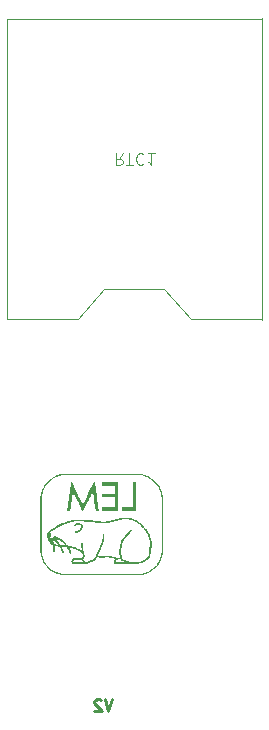
<source format=gbr>
G04 #@! TF.GenerationSoftware,KiCad,Pcbnew,7.0.5-0*
G04 #@! TF.CreationDate,2023-07-20T07:38:15-04:00*
G04 #@! TF.ProjectId,Lemmingometre_JST,4c656d6d-696e-4676-9f6d-657472655f4a,rev?*
G04 #@! TF.SameCoordinates,Original*
G04 #@! TF.FileFunction,Legend,Bot*
G04 #@! TF.FilePolarity,Positive*
%FSLAX46Y46*%
G04 Gerber Fmt 4.6, Leading zero omitted, Abs format (unit mm)*
G04 Created by KiCad (PCBNEW 7.0.5-0) date 2023-07-20 07:38:15*
%MOMM*%
%LPD*%
G01*
G04 APERTURE LIST*
%ADD10C,0.250000*%
%ADD11C,0.100000*%
G04 APERTURE END LIST*
D10*
X159740288Y-118014619D02*
X159406955Y-119014619D01*
X159406955Y-119014619D02*
X159073622Y-118014619D01*
X158787907Y-118109857D02*
X158740288Y-118062238D01*
X158740288Y-118062238D02*
X158645050Y-118014619D01*
X158645050Y-118014619D02*
X158406955Y-118014619D01*
X158406955Y-118014619D02*
X158311717Y-118062238D01*
X158311717Y-118062238D02*
X158264098Y-118109857D01*
X158264098Y-118109857D02*
X158216479Y-118205095D01*
X158216479Y-118205095D02*
X158216479Y-118300333D01*
X158216479Y-118300333D02*
X158264098Y-118443190D01*
X158264098Y-118443190D02*
X158835526Y-119014619D01*
X158835526Y-119014619D02*
X158216479Y-119014619D01*
D11*
G04 #@! TO.C,RTC1*
X160602380Y-71767580D02*
X160269047Y-72243771D01*
X160030952Y-71767580D02*
X160030952Y-72767580D01*
X160030952Y-72767580D02*
X160411904Y-72767580D01*
X160411904Y-72767580D02*
X160507142Y-72719961D01*
X160507142Y-72719961D02*
X160554761Y-72672342D01*
X160554761Y-72672342D02*
X160602380Y-72577104D01*
X160602380Y-72577104D02*
X160602380Y-72434247D01*
X160602380Y-72434247D02*
X160554761Y-72339009D01*
X160554761Y-72339009D02*
X160507142Y-72291390D01*
X160507142Y-72291390D02*
X160411904Y-72243771D01*
X160411904Y-72243771D02*
X160030952Y-72243771D01*
X160888095Y-72767580D02*
X161459523Y-72767580D01*
X161173809Y-71767580D02*
X161173809Y-72767580D01*
X162364285Y-71862819D02*
X162316666Y-71815200D01*
X162316666Y-71815200D02*
X162173809Y-71767580D01*
X162173809Y-71767580D02*
X162078571Y-71767580D01*
X162078571Y-71767580D02*
X161935714Y-71815200D01*
X161935714Y-71815200D02*
X161840476Y-71910438D01*
X161840476Y-71910438D02*
X161792857Y-72005676D01*
X161792857Y-72005676D02*
X161745238Y-72196152D01*
X161745238Y-72196152D02*
X161745238Y-72339009D01*
X161745238Y-72339009D02*
X161792857Y-72529485D01*
X161792857Y-72529485D02*
X161840476Y-72624723D01*
X161840476Y-72624723D02*
X161935714Y-72719961D01*
X161935714Y-72719961D02*
X162078571Y-72767580D01*
X162078571Y-72767580D02*
X162173809Y-72767580D01*
X162173809Y-72767580D02*
X162316666Y-72719961D01*
X162316666Y-72719961D02*
X162364285Y-72672342D01*
X163316666Y-71767580D02*
X162745238Y-71767580D01*
X163030952Y-71767580D02*
X163030952Y-72767580D01*
X163030952Y-72767580D02*
X162935714Y-72624723D01*
X162935714Y-72624723D02*
X162840476Y-72529485D01*
X162840476Y-72529485D02*
X162745238Y-72481866D01*
X150815000Y-60375000D02*
X150815000Y-85825000D01*
X150815000Y-60400000D02*
X172385000Y-60400000D01*
X150815000Y-85800000D02*
X156815000Y-85800000D01*
X156815000Y-85800000D02*
X159060000Y-83260000D01*
X159060000Y-83260000D02*
X164140000Y-83260000D01*
X164140000Y-83260000D02*
X166385000Y-85800000D01*
X172385000Y-85800000D02*
X166385000Y-85800000D01*
X172385000Y-85885000D02*
X172385000Y-60315000D01*
G04 #@! TO.C,G\u002A\u002A\u002A*
G36*
X161737331Y-100835282D02*
G01*
X161737331Y-102030800D01*
X161144862Y-102030800D01*
X160552393Y-102030800D01*
X160552393Y-101895378D01*
X160552393Y-101759957D01*
X161003093Y-101759957D01*
X161453792Y-101759957D01*
X161453792Y-100699860D01*
X161453792Y-99639764D01*
X161595562Y-99639764D01*
X161737331Y-99639764D01*
X161737331Y-100835282D01*
G37*
G36*
X160226535Y-100835294D02*
G01*
X160226535Y-102030825D01*
X159535673Y-102029755D01*
X158844812Y-102028684D01*
X158844812Y-101891146D01*
X158844812Y-101753609D01*
X159393904Y-101752535D01*
X159942996Y-101751461D01*
X159942996Y-101313473D01*
X159942996Y-100875485D01*
X159392846Y-100875485D01*
X158842696Y-100875485D01*
X158842696Y-100740064D01*
X158842696Y-100604642D01*
X159392846Y-100604642D01*
X159942996Y-100604642D01*
X159942996Y-100261856D01*
X159942996Y-99919071D01*
X159388614Y-99919071D01*
X158834232Y-99919071D01*
X158834232Y-99779417D01*
X158834232Y-99639764D01*
X159530384Y-99639764D01*
X160226535Y-99639764D01*
X160226535Y-100835294D01*
G37*
G36*
X156883511Y-103099228D02*
G01*
X156940214Y-103105867D01*
X157001480Y-103116744D01*
X157025678Y-103122554D01*
X157070437Y-103138274D01*
X157110416Y-103159145D01*
X157144953Y-103184635D01*
X157173387Y-103214215D01*
X157195057Y-103247354D01*
X157209300Y-103283520D01*
X157212051Y-103294688D01*
X157217740Y-103335587D01*
X157218037Y-103380139D01*
X157213017Y-103426195D01*
X157202755Y-103471604D01*
X157202343Y-103473014D01*
X157191298Y-103504967D01*
X157176298Y-103540604D01*
X157158663Y-103577177D01*
X157139714Y-103611939D01*
X157120773Y-103642141D01*
X157092752Y-103680568D01*
X157046692Y-103733948D01*
X156996826Y-103780346D01*
X156942426Y-103820410D01*
X156882765Y-103854791D01*
X156858175Y-103866762D01*
X156823891Y-103881167D01*
X156789794Y-103892300D01*
X156752126Y-103901502D01*
X156751867Y-103901557D01*
X156727685Y-103905565D01*
X156700423Y-103908251D01*
X156671988Y-103909611D01*
X156644285Y-103909644D01*
X156619221Y-103908346D01*
X156598701Y-103905716D01*
X156584633Y-103901748D01*
X156571714Y-103894245D01*
X156555631Y-103878044D01*
X156545789Y-103858241D01*
X156542603Y-103836502D01*
X156546484Y-103814488D01*
X156557846Y-103793864D01*
X156560590Y-103790516D01*
X156569628Y-103781863D01*
X156580340Y-103775989D01*
X156594414Y-103772401D01*
X156613537Y-103770608D01*
X156639398Y-103770120D01*
X156654522Y-103769914D01*
X156708206Y-103765303D01*
X156757845Y-103754284D01*
X156805095Y-103736398D01*
X156851613Y-103711184D01*
X156858385Y-103706886D01*
X156900846Y-103675734D01*
X156940447Y-103639573D01*
X156976449Y-103599496D01*
X157008111Y-103556598D01*
X157034695Y-103511973D01*
X157055459Y-103466713D01*
X157069664Y-103421913D01*
X157076570Y-103378667D01*
X157077123Y-103368013D01*
X157075872Y-103339887D01*
X157069829Y-103316496D01*
X157058396Y-103297247D01*
X157040975Y-103281546D01*
X157016967Y-103268796D01*
X156985773Y-103258405D01*
X156946795Y-103249778D01*
X156935367Y-103247729D01*
X156888603Y-103240893D01*
X156847603Y-103237902D01*
X156810866Y-103238861D01*
X156776887Y-103243878D01*
X156744162Y-103253059D01*
X156711190Y-103266512D01*
X156698937Y-103272366D01*
X156675342Y-103284931D01*
X156653678Y-103298738D01*
X156631419Y-103315475D01*
X156606042Y-103336831D01*
X156590938Y-103349607D01*
X156575601Y-103360992D01*
X156562749Y-103367925D01*
X156550527Y-103371360D01*
X156537081Y-103372250D01*
X156533692Y-103372133D01*
X156512861Y-103366944D01*
X156494587Y-103355249D01*
X156480346Y-103338691D01*
X156471615Y-103318910D01*
X156469871Y-103297548D01*
X156470538Y-103292633D01*
X156475520Y-103276038D01*
X156485302Y-103259530D01*
X156500797Y-103241801D01*
X156522920Y-103221539D01*
X156533213Y-103212925D01*
X156586114Y-103173927D01*
X156640192Y-103142945D01*
X156696172Y-103119610D01*
X156754780Y-103103552D01*
X156786605Y-103098815D01*
X156832073Y-103096865D01*
X156883511Y-103099228D01*
G37*
G36*
X156305658Y-99640071D02*
G01*
X156770805Y-100585752D01*
X156784709Y-100614018D01*
X156825837Y-100697598D01*
X156865944Y-100779060D01*
X156904871Y-100858082D01*
X156942458Y-100934341D01*
X156978545Y-101007516D01*
X157012974Y-101077283D01*
X157045585Y-101143322D01*
X157076219Y-101205308D01*
X157104715Y-101262921D01*
X157130914Y-101315838D01*
X157154658Y-101363736D01*
X157175786Y-101406293D01*
X157194139Y-101443188D01*
X157209558Y-101474096D01*
X157221883Y-101498698D01*
X157230955Y-101516669D01*
X157236614Y-101527688D01*
X157238700Y-101531433D01*
X157238998Y-101531001D01*
X157242331Y-101524767D01*
X157249205Y-101511379D01*
X157259458Y-101491158D01*
X157272932Y-101464425D01*
X157289465Y-101431504D01*
X157308896Y-101392714D01*
X157331066Y-101348379D01*
X157355814Y-101298819D01*
X157382980Y-101244356D01*
X157412403Y-101185313D01*
X157443923Y-101122010D01*
X157477379Y-101054770D01*
X157512611Y-100983914D01*
X157549459Y-100909764D01*
X157587762Y-100832641D01*
X157627360Y-100752868D01*
X157668092Y-100670766D01*
X157709798Y-100586656D01*
X158178146Y-99641880D01*
X158212887Y-99641880D01*
X158247628Y-99641880D01*
X158415886Y-100824702D01*
X158422989Y-100874640D01*
X158436935Y-100972749D01*
X158450545Y-101068567D01*
X158463772Y-101161757D01*
X158476568Y-101251979D01*
X158488886Y-101338895D01*
X158500676Y-101422167D01*
X158511893Y-101501458D01*
X158522488Y-101576428D01*
X158532413Y-101646739D01*
X158541621Y-101712054D01*
X158550064Y-101772034D01*
X158557695Y-101826340D01*
X158564465Y-101874635D01*
X158570327Y-101916580D01*
X158575233Y-101951837D01*
X158579136Y-101980068D01*
X158581988Y-102000935D01*
X158583741Y-102014099D01*
X158584347Y-102019222D01*
X158584549Y-102030919D01*
X158450185Y-102029801D01*
X158315822Y-102028684D01*
X158205627Y-101215285D01*
X158203652Y-101200706D01*
X158192582Y-101119091D01*
X158181806Y-101039794D01*
X158171381Y-100963220D01*
X158161363Y-100889772D01*
X158151806Y-100819855D01*
X158142768Y-100753875D01*
X158134303Y-100692236D01*
X158126468Y-100635343D01*
X158119318Y-100583599D01*
X158112909Y-100537411D01*
X158107297Y-100497183D01*
X158102538Y-100463318D01*
X158098688Y-100436223D01*
X158095802Y-100416302D01*
X158093936Y-100403959D01*
X158093146Y-100399599D01*
X158093132Y-100399597D01*
X158090899Y-100403441D01*
X158085091Y-100414510D01*
X158075882Y-100432460D01*
X158063443Y-100456944D01*
X158047947Y-100487619D01*
X158029567Y-100524139D01*
X158008475Y-100566160D01*
X157984844Y-100613336D01*
X157958846Y-100665323D01*
X157930654Y-100721775D01*
X157900440Y-100782348D01*
X157868377Y-100846696D01*
X157834637Y-100914475D01*
X157799393Y-100985339D01*
X157762818Y-101058945D01*
X157725083Y-101134946D01*
X157686361Y-101212998D01*
X157281864Y-102028684D01*
X157238689Y-102028684D01*
X157195514Y-102028684D01*
X156795021Y-101217614D01*
X156757027Y-101140681D01*
X156719551Y-101064822D01*
X156683241Y-100991348D01*
X156648268Y-100920606D01*
X156614806Y-100852942D01*
X156583025Y-100788704D01*
X156553097Y-100728238D01*
X156525195Y-100671892D01*
X156499491Y-100620012D01*
X156476156Y-100572947D01*
X156455362Y-100531042D01*
X156437282Y-100494645D01*
X156422087Y-100464103D01*
X156409949Y-100439763D01*
X156401041Y-100421972D01*
X156395534Y-100411077D01*
X156393599Y-100407425D01*
X156393018Y-100411129D01*
X156391354Y-100422745D01*
X156388680Y-100441792D01*
X156385062Y-100467777D01*
X156380569Y-100500205D01*
X156375267Y-100538585D01*
X156369224Y-100582421D01*
X156362508Y-100631222D01*
X156355185Y-100684493D01*
X156347324Y-100741741D01*
X156338992Y-100802473D01*
X156330255Y-100866196D01*
X156321183Y-100932416D01*
X156311841Y-101000640D01*
X156302298Y-101070375D01*
X156292620Y-101141127D01*
X156282876Y-101212403D01*
X156273133Y-101283710D01*
X156263457Y-101354554D01*
X156253918Y-101424442D01*
X156244581Y-101492880D01*
X156235514Y-101559376D01*
X156226786Y-101623436D01*
X156218463Y-101684566D01*
X156210612Y-101742273D01*
X156203302Y-101796065D01*
X156196599Y-101845447D01*
X156190571Y-101889926D01*
X156185285Y-101929009D01*
X156180809Y-101962203D01*
X156177211Y-101989014D01*
X156174557Y-102008949D01*
X156172915Y-102021515D01*
X156172353Y-102026217D01*
X156172130Y-102026609D01*
X156167087Y-102027933D01*
X156155166Y-102028993D01*
X156136049Y-102029799D01*
X156109421Y-102030362D01*
X156074964Y-102030692D01*
X156032363Y-102030800D01*
X155892374Y-102030800D01*
X155894808Y-102019162D01*
X155894824Y-102019082D01*
X155895667Y-102013569D01*
X155897644Y-102000136D01*
X155900696Y-101979191D01*
X155904765Y-101951142D01*
X155909792Y-101916395D01*
X155915719Y-101875359D01*
X155922488Y-101828441D01*
X155930039Y-101776048D01*
X155938315Y-101718587D01*
X155947256Y-101656466D01*
X155956805Y-101590093D01*
X155966903Y-101519875D01*
X155977492Y-101446219D01*
X155988513Y-101369532D01*
X155999908Y-101290223D01*
X156011617Y-101208698D01*
X156023584Y-101125366D01*
X156035749Y-101040633D01*
X156048054Y-100954906D01*
X156060440Y-100868594D01*
X156072849Y-100782104D01*
X156085223Y-100695842D01*
X156097503Y-100610218D01*
X156109630Y-100525637D01*
X156121546Y-100442508D01*
X156133194Y-100361237D01*
X156144513Y-100282233D01*
X156155446Y-100205903D01*
X156165935Y-100132654D01*
X156175920Y-100062893D01*
X156185343Y-99997028D01*
X156194147Y-99935467D01*
X156202272Y-99878616D01*
X156209660Y-99826884D01*
X156216253Y-99780677D01*
X156221992Y-99740404D01*
X156226818Y-99706471D01*
X156230674Y-99679286D01*
X156233500Y-99659256D01*
X156235239Y-99646790D01*
X156235832Y-99642293D01*
X156236301Y-99641882D01*
X156242616Y-99640829D01*
X156254754Y-99640130D01*
X156270745Y-99639917D01*
X156305658Y-99640071D01*
G37*
G36*
X164014820Y-103280483D02*
G01*
X164014802Y-103402724D01*
X164014765Y-103524480D01*
X164014710Y-103645445D01*
X164014637Y-103765311D01*
X164014545Y-103883773D01*
X164014436Y-104000523D01*
X164014308Y-104115254D01*
X164014161Y-104227661D01*
X164013997Y-104337435D01*
X164013814Y-104444272D01*
X164013612Y-104547862D01*
X164013393Y-104647901D01*
X164013155Y-104744081D01*
X164012898Y-104836096D01*
X164012624Y-104923639D01*
X164012331Y-105006402D01*
X164012019Y-105084080D01*
X164011690Y-105156366D01*
X164011342Y-105222953D01*
X164010975Y-105283533D01*
X164010591Y-105337802D01*
X164010188Y-105385451D01*
X164009766Y-105426174D01*
X164009326Y-105459664D01*
X164008868Y-105485615D01*
X164008392Y-105503720D01*
X164007897Y-105513672D01*
X164003646Y-105557860D01*
X163985871Y-105690816D01*
X163960850Y-105819911D01*
X163928390Y-105945830D01*
X163888299Y-106069260D01*
X163840385Y-106190885D01*
X163784457Y-106311390D01*
X163768038Y-106343597D01*
X163742809Y-106390360D01*
X163715905Y-106436835D01*
X163686025Y-106485241D01*
X163651872Y-106537798D01*
X163593663Y-106621308D01*
X163510853Y-106727448D01*
X163422266Y-106827663D01*
X163328216Y-106921781D01*
X163229015Y-107009628D01*
X163124978Y-107091030D01*
X163016418Y-107165815D01*
X162903648Y-107233810D01*
X162786982Y-107294841D01*
X162666734Y-107348736D01*
X162543216Y-107395320D01*
X162416743Y-107434421D01*
X162287628Y-107465866D01*
X162156184Y-107489481D01*
X162022725Y-107505093D01*
X161887565Y-107512529D01*
X161886619Y-107512544D01*
X161877762Y-107512602D01*
X161860713Y-107512658D01*
X161835686Y-107512711D01*
X161802895Y-107512763D01*
X161762554Y-107512811D01*
X161714879Y-107512858D01*
X161660084Y-107512902D01*
X161598383Y-107512944D01*
X161529990Y-107512983D01*
X161455121Y-107513020D01*
X161373989Y-107513054D01*
X161286809Y-107513086D01*
X161193796Y-107513115D01*
X161095164Y-107513142D01*
X160991127Y-107513165D01*
X160881900Y-107513186D01*
X160767697Y-107513204D01*
X160648733Y-107513220D01*
X160525223Y-107513232D01*
X160397380Y-107513241D01*
X160265420Y-107513248D01*
X160129556Y-107513251D01*
X159990004Y-107513252D01*
X159846977Y-107513249D01*
X159700690Y-107513243D01*
X159551358Y-107513234D01*
X159399194Y-107513222D01*
X159244415Y-107513207D01*
X159087233Y-107513188D01*
X158927864Y-107513166D01*
X158766522Y-107513140D01*
X158640707Y-107513120D01*
X158451841Y-107513090D01*
X158271132Y-107513063D01*
X158098392Y-107513037D01*
X157933433Y-107513012D01*
X157776069Y-107512985D01*
X157626113Y-107512956D01*
X157483377Y-107512924D01*
X157347674Y-107512888D01*
X157218817Y-107512847D01*
X157096619Y-107512799D01*
X156980892Y-107512744D01*
X156871450Y-107512680D01*
X156768105Y-107512607D01*
X156670669Y-107512523D01*
X156578956Y-107512428D01*
X156492779Y-107512319D01*
X156411950Y-107512197D01*
X156336282Y-107512060D01*
X156265588Y-107511906D01*
X156199680Y-107511736D01*
X156138372Y-107511547D01*
X156081476Y-107511339D01*
X156028806Y-107511111D01*
X155980173Y-107510861D01*
X155935391Y-107510588D01*
X155894272Y-107510292D01*
X155856630Y-107509972D01*
X155822277Y-107509625D01*
X155791025Y-107509252D01*
X155762689Y-107508851D01*
X155737079Y-107508421D01*
X155714010Y-107507961D01*
X155693294Y-107507469D01*
X155674744Y-107506945D01*
X155658173Y-107506389D01*
X155643393Y-107505797D01*
X155630217Y-107505170D01*
X155618459Y-107504507D01*
X155607930Y-107503806D01*
X155598444Y-107503066D01*
X155589813Y-107502287D01*
X155581851Y-107501467D01*
X155574370Y-107500604D01*
X155567182Y-107499699D01*
X155560101Y-107498750D01*
X155552940Y-107497755D01*
X155545511Y-107496714D01*
X155537627Y-107495626D01*
X155529101Y-107494490D01*
X155490344Y-107489055D01*
X155363314Y-107465945D01*
X155235666Y-107434684D01*
X155108024Y-107395419D01*
X155034618Y-107368924D01*
X154915263Y-107318976D01*
X154798066Y-107261424D01*
X154683985Y-107196789D01*
X154573979Y-107125590D01*
X154469004Y-107048348D01*
X154439894Y-107025014D01*
X154367435Y-106962762D01*
X154295290Y-106895142D01*
X154225407Y-106824104D01*
X154159735Y-106751596D01*
X154100223Y-106679567D01*
X154039444Y-106598248D01*
X153964632Y-106486018D01*
X153897060Y-106369759D01*
X153836888Y-106249852D01*
X153784274Y-106126677D01*
X153739378Y-106000613D01*
X153702357Y-105872041D01*
X153673371Y-105741340D01*
X153652578Y-105608891D01*
X153652322Y-105606843D01*
X153651074Y-105596951D01*
X153649888Y-105587537D01*
X153648763Y-105578375D01*
X153647698Y-105569243D01*
X153646690Y-105559916D01*
X153645739Y-105550172D01*
X153644842Y-105539787D01*
X153643998Y-105528537D01*
X153643205Y-105516199D01*
X153642462Y-105502550D01*
X153641767Y-105487365D01*
X153641119Y-105470422D01*
X153640516Y-105451496D01*
X153639955Y-105430365D01*
X153639437Y-105406805D01*
X153638958Y-105380592D01*
X153638518Y-105351502D01*
X153638115Y-105319313D01*
X153637747Y-105283801D01*
X153637413Y-105244743D01*
X153637111Y-105201914D01*
X153636839Y-105155091D01*
X153636596Y-105104051D01*
X153636380Y-105048570D01*
X153636190Y-104988425D01*
X153636024Y-104923393D01*
X153635880Y-104853249D01*
X153635757Y-104777770D01*
X153635653Y-104696734D01*
X153635567Y-104609915D01*
X153635496Y-104517091D01*
X153635440Y-104418038D01*
X153635397Y-104312533D01*
X153635364Y-104200353D01*
X153635342Y-104081272D01*
X153635327Y-103955070D01*
X153635318Y-103821520D01*
X153635315Y-103680401D01*
X153635314Y-103531489D01*
X153635315Y-103374560D01*
X153635315Y-103209390D01*
X153635315Y-103176556D01*
X153635315Y-103173595D01*
X153739105Y-103173595D01*
X153739107Y-103293697D01*
X153739121Y-103413576D01*
X153739147Y-103532916D01*
X153739183Y-103651399D01*
X153739232Y-103768709D01*
X153739292Y-103884528D01*
X153739363Y-103998540D01*
X153739446Y-104110428D01*
X153739540Y-104219874D01*
X153739646Y-104326562D01*
X153739764Y-104430175D01*
X153739893Y-104530396D01*
X153740033Y-104626907D01*
X153740185Y-104719392D01*
X153740348Y-104807534D01*
X153740523Y-104891015D01*
X153740710Y-104969520D01*
X153740908Y-105042730D01*
X153741117Y-105110330D01*
X153741338Y-105172001D01*
X153741571Y-105227428D01*
X153741815Y-105276292D01*
X153742070Y-105318277D01*
X153742337Y-105353067D01*
X153742616Y-105380343D01*
X153742906Y-105399790D01*
X153743208Y-105411090D01*
X153743670Y-105421434D01*
X153748500Y-105501527D01*
X153755462Y-105576192D01*
X153764882Y-105647964D01*
X153777087Y-105719381D01*
X153792404Y-105792979D01*
X153797646Y-105815688D01*
X153831843Y-105941880D01*
X153873881Y-106065198D01*
X153923551Y-106185320D01*
X153980645Y-106301922D01*
X154044952Y-106414682D01*
X154116264Y-106523278D01*
X154194371Y-106627387D01*
X154279065Y-106726687D01*
X154370135Y-106820855D01*
X154467373Y-106909569D01*
X154570570Y-106992506D01*
X154615090Y-107025072D01*
X154722106Y-107096031D01*
X154834013Y-107160506D01*
X154950022Y-107218122D01*
X155069343Y-107268504D01*
X155191187Y-107311276D01*
X155314763Y-107346063D01*
X155359221Y-107356646D01*
X155410547Y-107367686D01*
X155461309Y-107377155D01*
X155513765Y-107385436D01*
X155570170Y-107392912D01*
X155632783Y-107399964D01*
X155637400Y-107400407D01*
X155642809Y-107400837D01*
X155649137Y-107401248D01*
X155656568Y-107401641D01*
X155665288Y-107402017D01*
X155675478Y-107402375D01*
X155687324Y-107402716D01*
X155701010Y-107403041D01*
X155716719Y-107403349D01*
X155734635Y-107403642D01*
X155754943Y-107403920D01*
X155777827Y-107404184D01*
X155803470Y-107404433D01*
X155832056Y-107404668D01*
X155863771Y-107404890D01*
X155898796Y-107405099D01*
X155937318Y-107405295D01*
X155979519Y-107405480D01*
X156025583Y-107405652D01*
X156075695Y-107405814D01*
X156130039Y-107405965D01*
X156188798Y-107406105D01*
X156252158Y-107406236D01*
X156320300Y-107406357D01*
X156393411Y-107406470D01*
X156471673Y-107406574D01*
X156555270Y-107406669D01*
X156644388Y-107406757D01*
X156739209Y-107406838D01*
X156839917Y-107406912D01*
X156946698Y-107406980D01*
X157059734Y-107407042D01*
X157179210Y-107407098D01*
X157305310Y-107407149D01*
X157438217Y-107407196D01*
X157578117Y-107407239D01*
X157725192Y-107407278D01*
X157879626Y-107407313D01*
X158041605Y-107407346D01*
X158211311Y-107407377D01*
X158388930Y-107407405D01*
X158574644Y-107407432D01*
X158768637Y-107407458D01*
X158806226Y-107407463D01*
X158966963Y-107407482D01*
X159125676Y-107407497D01*
X159282152Y-107407509D01*
X159436176Y-107407518D01*
X159587532Y-107407523D01*
X159736007Y-107407526D01*
X159881385Y-107407525D01*
X160023453Y-107407522D01*
X160161994Y-107407515D01*
X160296795Y-107407506D01*
X160427641Y-107407494D01*
X160554317Y-107407479D01*
X160676608Y-107407461D01*
X160794300Y-107407440D01*
X160907179Y-107407417D01*
X161015028Y-107407392D01*
X161117634Y-107407363D01*
X161214782Y-107407333D01*
X161306257Y-107407300D01*
X161391845Y-107407264D01*
X161471330Y-107407226D01*
X161544499Y-107407186D01*
X161611136Y-107407143D01*
X161671027Y-107407099D01*
X161723957Y-107407052D01*
X161769711Y-107407003D01*
X161808075Y-107406952D01*
X161838834Y-107406899D01*
X161861773Y-107406845D01*
X161876677Y-107406788D01*
X161883333Y-107406729D01*
X161887487Y-107406622D01*
X161928417Y-107404973D01*
X161973386Y-107402268D01*
X162019270Y-107398744D01*
X162062942Y-107394637D01*
X162101277Y-107390186D01*
X162227218Y-107369890D01*
X162356699Y-107340832D01*
X162483129Y-107303888D01*
X162606445Y-107259084D01*
X162726582Y-107206449D01*
X162843476Y-107146012D01*
X162957065Y-107077800D01*
X163067284Y-107001841D01*
X163174069Y-106918163D01*
X163174618Y-106917705D01*
X163198983Y-106896555D01*
X163227423Y-106870551D01*
X163258459Y-106841152D01*
X163290610Y-106809820D01*
X163322396Y-106778016D01*
X163352338Y-106747200D01*
X163378955Y-106718834D01*
X163400768Y-106694379D01*
X163475755Y-106602400D01*
X163554398Y-106493884D01*
X163625255Y-106382062D01*
X163688311Y-106266966D01*
X163743552Y-106148629D01*
X163790966Y-106027082D01*
X163830539Y-105902357D01*
X163862257Y-105774487D01*
X163886107Y-105643504D01*
X163902074Y-105509440D01*
X163902129Y-105508766D01*
X163902627Y-105497948D01*
X163903105Y-105479007D01*
X163903565Y-105452250D01*
X163904007Y-105417984D01*
X163904430Y-105376516D01*
X163904835Y-105328153D01*
X163905221Y-105273203D01*
X163905589Y-105211973D01*
X163905939Y-105144769D01*
X163906270Y-105071899D01*
X163906582Y-104993671D01*
X163906876Y-104910390D01*
X163907151Y-104822366D01*
X163907408Y-104729903D01*
X163907647Y-104633310D01*
X163907867Y-104532894D01*
X163908069Y-104428962D01*
X163908252Y-104321822D01*
X163908416Y-104211779D01*
X163908563Y-104099142D01*
X163908690Y-103984217D01*
X163908800Y-103867313D01*
X163908890Y-103748735D01*
X163908963Y-103628791D01*
X163909017Y-103507788D01*
X163909052Y-103386034D01*
X163909069Y-103263835D01*
X163909068Y-103141498D01*
X163909048Y-103019332D01*
X163909009Y-102897642D01*
X163908953Y-102776736D01*
X163908877Y-102656922D01*
X163908784Y-102538506D01*
X163908672Y-102421795D01*
X163908541Y-102307097D01*
X163908392Y-102194719D01*
X163908225Y-102084968D01*
X163908039Y-101978151D01*
X163907834Y-101874575D01*
X163907612Y-101774548D01*
X163907370Y-101678376D01*
X163907111Y-101586367D01*
X163906833Y-101498827D01*
X163906536Y-101416065D01*
X163906221Y-101338387D01*
X163905888Y-101266100D01*
X163905536Y-101199511D01*
X163905166Y-101138928D01*
X163904777Y-101084658D01*
X163904370Y-101037007D01*
X163903944Y-100996284D01*
X163903500Y-100962795D01*
X163903038Y-100936847D01*
X163902557Y-100918748D01*
X163902058Y-100908804D01*
X163887609Y-100783844D01*
X163865823Y-100659297D01*
X163836765Y-100537957D01*
X163800171Y-100418863D01*
X163755779Y-100301053D01*
X163703324Y-100183566D01*
X163661647Y-100101761D01*
X163596496Y-99989564D01*
X163524364Y-99881731D01*
X163445603Y-99778612D01*
X163360563Y-99680559D01*
X163269598Y-99587923D01*
X163173057Y-99501058D01*
X163071293Y-99420313D01*
X162964658Y-99346041D01*
X162853504Y-99278594D01*
X162738181Y-99218323D01*
X162725087Y-99212058D01*
X162610507Y-99161628D01*
X162495283Y-99118901D01*
X162378426Y-99083609D01*
X162258948Y-99055482D01*
X162135860Y-99034251D01*
X162008174Y-99019648D01*
X162004926Y-99019448D01*
X161991957Y-99019037D01*
X161970906Y-99018638D01*
X161942030Y-99018253D01*
X161905589Y-99017881D01*
X161861840Y-99017522D01*
X161811043Y-99017175D01*
X161753455Y-99016842D01*
X161689336Y-99016522D01*
X161618943Y-99016215D01*
X161542535Y-99015921D01*
X161460372Y-99015640D01*
X161372710Y-99015372D01*
X161279809Y-99015117D01*
X161181928Y-99014875D01*
X161079324Y-99014647D01*
X160972256Y-99014431D01*
X160860983Y-99014228D01*
X160745764Y-99014038D01*
X160626856Y-99013861D01*
X160504519Y-99013698D01*
X160379010Y-99013547D01*
X160250589Y-99013409D01*
X160119513Y-99013284D01*
X159986042Y-99013173D01*
X159850433Y-99013074D01*
X159712946Y-99012988D01*
X159573839Y-99012915D01*
X159433370Y-99012856D01*
X159291798Y-99012809D01*
X159149381Y-99012775D01*
X159006378Y-99012754D01*
X158863048Y-99012746D01*
X158719648Y-99012751D01*
X158576438Y-99012769D01*
X158433675Y-99012800D01*
X158291619Y-99012844D01*
X158150528Y-99012901D01*
X158010660Y-99012970D01*
X157872274Y-99013053D01*
X157735628Y-99013149D01*
X157600982Y-99013257D01*
X157468592Y-99013379D01*
X157338719Y-99013513D01*
X157211620Y-99013661D01*
X157087554Y-99013821D01*
X156966779Y-99013994D01*
X156849555Y-99014180D01*
X156736139Y-99014379D01*
X156626789Y-99014591D01*
X156521766Y-99014816D01*
X156421326Y-99015054D01*
X156325728Y-99015305D01*
X156235232Y-99015568D01*
X156150095Y-99015845D01*
X156070576Y-99016134D01*
X155996934Y-99016436D01*
X155929426Y-99016751D01*
X155868312Y-99017079D01*
X155813850Y-99017420D01*
X155766299Y-99017774D01*
X155725916Y-99018140D01*
X155692961Y-99018520D01*
X155667692Y-99018912D01*
X155650368Y-99019317D01*
X155641247Y-99019735D01*
X155628194Y-99020893D01*
X155501641Y-99035989D01*
X155379379Y-99057869D01*
X155260342Y-99086823D01*
X155143463Y-99123143D01*
X155027675Y-99167122D01*
X154911911Y-99219049D01*
X154854588Y-99247720D01*
X154747707Y-99307195D01*
X154645992Y-99372209D01*
X154548435Y-99443474D01*
X154454027Y-99521703D01*
X154361760Y-99607608D01*
X154284625Y-99687106D01*
X154205551Y-99777837D01*
X154133185Y-99871688D01*
X154066696Y-99969819D01*
X154005249Y-100073392D01*
X153948010Y-100183566D01*
X153904866Y-100277837D01*
X153859493Y-100393243D01*
X153821733Y-100510174D01*
X153791405Y-100629358D01*
X153768328Y-100751521D01*
X153752323Y-100877390D01*
X153743208Y-101007691D01*
X153743084Y-101011255D01*
X153742788Y-101025884D01*
X153742502Y-101048532D01*
X153742228Y-101078882D01*
X153741966Y-101116617D01*
X153741715Y-101161420D01*
X153741476Y-101212973D01*
X153741248Y-101270961D01*
X153741031Y-101335065D01*
X153740826Y-101404969D01*
X153740633Y-101480357D01*
X153740451Y-101560910D01*
X153740281Y-101646313D01*
X153740122Y-101736248D01*
X153739975Y-101830397D01*
X153739839Y-101928445D01*
X153739715Y-102030074D01*
X153739602Y-102134968D01*
X153739501Y-102242808D01*
X153739411Y-102353279D01*
X153739333Y-102466063D01*
X153739266Y-102580843D01*
X153739211Y-102697303D01*
X153739167Y-102815125D01*
X153739135Y-102933992D01*
X153739114Y-103053588D01*
X153739105Y-103173595D01*
X153635315Y-103173595D01*
X153635314Y-103013023D01*
X153635314Y-102857687D01*
X153635315Y-102710324D01*
X153635320Y-102570710D01*
X153635329Y-102438623D01*
X153635346Y-102313838D01*
X153635370Y-102196132D01*
X153635404Y-102085281D01*
X153635450Y-101981063D01*
X153635509Y-101883252D01*
X153635582Y-101791627D01*
X153635671Y-101705962D01*
X153635779Y-101626035D01*
X153635906Y-101551622D01*
X153636054Y-101482499D01*
X153636224Y-101418444D01*
X153636419Y-101359231D01*
X153636640Y-101304639D01*
X153636888Y-101254443D01*
X153637165Y-101208419D01*
X153637473Y-101166345D01*
X153637814Y-101127996D01*
X153638188Y-101093149D01*
X153638598Y-101061580D01*
X153639045Y-101033067D01*
X153639530Y-101007385D01*
X153640056Y-100984310D01*
X153640624Y-100963620D01*
X153641235Y-100945090D01*
X153641892Y-100928498D01*
X153642595Y-100913619D01*
X153643347Y-100900230D01*
X153644148Y-100888107D01*
X153645002Y-100877027D01*
X153645908Y-100866767D01*
X153646869Y-100857102D01*
X153647887Y-100847810D01*
X153648962Y-100838666D01*
X153650097Y-100829447D01*
X153651294Y-100819930D01*
X153652553Y-100809890D01*
X153666853Y-100714479D01*
X153689636Y-100601656D01*
X153718545Y-100488777D01*
X153753023Y-100378234D01*
X153754083Y-100375138D01*
X153801368Y-100250316D01*
X153856287Y-100128828D01*
X153918554Y-100011038D01*
X153987881Y-99897311D01*
X154063982Y-99788010D01*
X154146569Y-99683499D01*
X154235354Y-99584141D01*
X154330052Y-99490301D01*
X154430374Y-99402343D01*
X154536034Y-99320631D01*
X154646745Y-99245528D01*
X154756744Y-99180091D01*
X154876690Y-99118025D01*
X154999403Y-99063927D01*
X155124976Y-99017766D01*
X155253502Y-98979510D01*
X155385074Y-98949130D01*
X155519786Y-98926595D01*
X155657731Y-98911873D01*
X155660081Y-98911748D01*
X155671716Y-98911455D01*
X155691767Y-98911172D01*
X155720199Y-98910900D01*
X155756977Y-98910639D01*
X155802067Y-98910388D01*
X155855435Y-98910149D01*
X155917046Y-98909920D01*
X155986867Y-98909702D01*
X156064862Y-98909495D01*
X156150997Y-98909299D01*
X156245237Y-98909114D01*
X156347550Y-98908941D01*
X156457899Y-98908778D01*
X156576252Y-98908626D01*
X156702572Y-98908486D01*
X156836827Y-98908357D01*
X156978981Y-98908239D01*
X157129001Y-98908133D01*
X157286851Y-98908038D01*
X157452498Y-98907955D01*
X157625907Y-98907883D01*
X157807044Y-98907822D01*
X157995874Y-98907773D01*
X158192363Y-98907736D01*
X158396477Y-98907711D01*
X158608181Y-98907697D01*
X158827441Y-98907695D01*
X158943620Y-98907696D01*
X159135065Y-98907698D01*
X159318341Y-98907699D01*
X159493633Y-98907701D01*
X159661126Y-98907704D01*
X159821005Y-98907709D01*
X159973456Y-98907718D01*
X160118665Y-98907732D01*
X160256817Y-98907752D01*
X160388097Y-98907778D01*
X160512690Y-98907812D01*
X160630783Y-98907855D01*
X160742560Y-98907907D01*
X160848207Y-98907971D01*
X160947909Y-98908047D01*
X161041852Y-98908135D01*
X161130221Y-98908238D01*
X161213202Y-98908356D01*
X161290980Y-98908490D01*
X161363740Y-98908641D01*
X161431668Y-98908811D01*
X161494949Y-98909000D01*
X161553768Y-98909209D01*
X161608312Y-98909439D01*
X161658766Y-98909693D01*
X161705314Y-98909969D01*
X161748142Y-98910270D01*
X161787437Y-98910597D01*
X161823382Y-98910951D01*
X161856164Y-98911332D01*
X161885968Y-98911742D01*
X161912979Y-98912182D01*
X161937383Y-98912652D01*
X161959365Y-98913155D01*
X161979111Y-98913690D01*
X161996806Y-98914260D01*
X162012635Y-98914864D01*
X162026784Y-98915505D01*
X162039439Y-98916183D01*
X162050784Y-98916898D01*
X162061005Y-98917654D01*
X162070288Y-98918449D01*
X162078818Y-98919286D01*
X162086780Y-98920165D01*
X162094360Y-98921088D01*
X162101743Y-98922055D01*
X162109115Y-98923068D01*
X162116661Y-98924127D01*
X162124566Y-98925234D01*
X162133016Y-98926390D01*
X162147438Y-98928378D01*
X162278785Y-98951171D01*
X162407956Y-98981996D01*
X162534611Y-99020637D01*
X162658413Y-99066880D01*
X162779024Y-99120510D01*
X162896105Y-99181312D01*
X163009319Y-99249070D01*
X163118327Y-99323570D01*
X163222791Y-99404598D01*
X163322373Y-99491937D01*
X163416734Y-99585374D01*
X163505537Y-99684693D01*
X163588443Y-99789679D01*
X163665114Y-99900117D01*
X163732925Y-100011447D01*
X163795507Y-100129631D01*
X163850226Y-100250704D01*
X163897139Y-100374828D01*
X163936301Y-100502167D01*
X163967767Y-100632885D01*
X163991594Y-100767144D01*
X164007838Y-100905108D01*
X164007926Y-100906225D01*
X164008418Y-100917510D01*
X164008891Y-100936897D01*
X164009347Y-100964082D01*
X164009785Y-100998756D01*
X164010204Y-101040614D01*
X164010605Y-101089348D01*
X164010988Y-101144653D01*
X164011353Y-101206220D01*
X164011699Y-101273744D01*
X164012028Y-101346918D01*
X164012338Y-101425435D01*
X164012630Y-101508988D01*
X164012903Y-101597270D01*
X164013159Y-101689976D01*
X164013396Y-101786797D01*
X164013615Y-101887428D01*
X164013816Y-101991562D01*
X164013998Y-102098891D01*
X164014163Y-102209110D01*
X164014309Y-102321911D01*
X164014436Y-102436988D01*
X164014546Y-102554034D01*
X164014637Y-102672742D01*
X164014710Y-102792806D01*
X164014765Y-102913919D01*
X164014802Y-103035774D01*
X164014820Y-103158064D01*
X164014820Y-103263835D01*
X164014820Y-103280483D01*
G37*
G36*
X163100564Y-105063193D02*
G01*
X163098636Y-105085174D01*
X163094032Y-105124612D01*
X163088557Y-105156881D01*
X163082291Y-105181559D01*
X163075313Y-105198220D01*
X163068146Y-105207232D01*
X163053959Y-105218505D01*
X163037715Y-105226795D01*
X163022778Y-105230064D01*
X163011140Y-105230133D01*
X163011133Y-105269279D01*
X163010839Y-105290790D01*
X163009549Y-105326446D01*
X163007361Y-105367395D01*
X163004417Y-105411840D01*
X163000857Y-105457987D01*
X162996823Y-105504042D01*
X162992456Y-105548209D01*
X162987896Y-105588694D01*
X162983284Y-105623702D01*
X162976070Y-105669312D01*
X162959374Y-105752382D01*
X162939096Y-105828142D01*
X162915144Y-105896869D01*
X162887428Y-105958843D01*
X162855857Y-106014341D01*
X162826797Y-106056830D01*
X162793412Y-106099037D01*
X162756783Y-106138623D01*
X162715913Y-106176509D01*
X162669804Y-106213613D01*
X162617460Y-106250856D01*
X162557884Y-106289156D01*
X162522788Y-106310386D01*
X162425417Y-106364979D01*
X162329761Y-106412014D01*
X162234978Y-106451792D01*
X162140227Y-106484617D01*
X162044668Y-106510790D01*
X161947458Y-106530615D01*
X161847756Y-106544393D01*
X161832345Y-106545846D01*
X161796596Y-106548196D01*
X161755619Y-106549834D01*
X161711545Y-106550743D01*
X161666505Y-106550908D01*
X161622629Y-106550310D01*
X161582049Y-106548934D01*
X161546895Y-106546762D01*
X161538601Y-106546326D01*
X161521234Y-106545801D01*
X161496035Y-106545271D01*
X161463346Y-106544739D01*
X161423511Y-106544207D01*
X161376873Y-106543680D01*
X161323774Y-106543159D01*
X161264557Y-106542648D01*
X161199565Y-106542149D01*
X161129142Y-106541667D01*
X161053630Y-106541202D01*
X160973371Y-106540759D01*
X160888710Y-106540341D01*
X160799989Y-106539949D01*
X160707550Y-106539588D01*
X159921104Y-106536706D01*
X159903588Y-106527444D01*
X159896212Y-106523080D01*
X159884525Y-106512944D01*
X159875957Y-106499569D01*
X159869999Y-106481668D01*
X159866141Y-106457950D01*
X159863872Y-106427127D01*
X159863217Y-106399483D01*
X159864033Y-106385541D01*
X160002865Y-106385541D01*
X160004298Y-106393814D01*
X160004817Y-106394063D01*
X160011826Y-106394843D01*
X160026984Y-106395539D01*
X160050325Y-106396151D01*
X160081884Y-106396680D01*
X160121697Y-106397126D01*
X160169798Y-106397489D01*
X160226223Y-106397771D01*
X160291005Y-106397970D01*
X160364182Y-106398088D01*
X160445787Y-106398124D01*
X160884599Y-106398105D01*
X160833680Y-106373397D01*
X160782761Y-106348690D01*
X160723650Y-106346225D01*
X160685351Y-106343762D01*
X160647980Y-106338968D01*
X160616212Y-106331826D01*
X160588630Y-106322083D01*
X160565025Y-106309902D01*
X160540483Y-106293461D01*
X160516616Y-106274133D01*
X160494547Y-106253082D01*
X160475398Y-106231470D01*
X160460290Y-106210462D01*
X160450346Y-106191221D01*
X160446688Y-106174910D01*
X160446679Y-106174194D01*
X160446311Y-106170939D01*
X160444542Y-106168605D01*
X160440195Y-106167039D01*
X160432093Y-106166087D01*
X160419058Y-106165597D01*
X160399914Y-106165415D01*
X160373483Y-106165388D01*
X160358368Y-106165474D01*
X160330663Y-106166016D01*
X160304175Y-106166974D01*
X160281319Y-106168251D01*
X160264511Y-106169751D01*
X160255127Y-106170958D01*
X160199135Y-106181234D01*
X160150155Y-106195917D01*
X160108249Y-106214971D01*
X160073482Y-106238363D01*
X160045916Y-106266059D01*
X160025614Y-106298025D01*
X160025548Y-106298160D01*
X160018565Y-106314883D01*
X160012346Y-106334049D01*
X160007349Y-106353592D01*
X160004036Y-106371445D01*
X160002865Y-106385541D01*
X159864033Y-106385541D01*
X159866512Y-106343217D01*
X159876368Y-106291980D01*
X159892894Y-106245421D01*
X159916201Y-106203192D01*
X159946399Y-106164941D01*
X159953400Y-106157270D01*
X159963501Y-106145721D01*
X159970128Y-106137479D01*
X159972106Y-106133962D01*
X159969037Y-106132713D01*
X159958887Y-106129062D01*
X159942711Y-106123418D01*
X159921601Y-106116157D01*
X159896646Y-106107658D01*
X159868937Y-106098297D01*
X159834961Y-106087094D01*
X159757627Y-106063589D01*
X159684348Y-106044399D01*
X159613142Y-106029079D01*
X159542028Y-106017182D01*
X159469021Y-106008263D01*
X159467988Y-106008159D01*
X159440073Y-106006060D01*
X159404726Y-106004495D01*
X159362923Y-106003461D01*
X159315635Y-106002960D01*
X159263837Y-106002990D01*
X159208503Y-106003552D01*
X159150606Y-106004645D01*
X159091119Y-106006268D01*
X159031017Y-106008421D01*
X158973176Y-106010361D01*
X158914147Y-106011602D01*
X158855724Y-106012135D01*
X158799213Y-106011973D01*
X158745921Y-106011128D01*
X158697151Y-106009611D01*
X158654210Y-106007436D01*
X158618404Y-106004614D01*
X158601887Y-106002927D01*
X158576818Y-106000207D01*
X158550845Y-105997237D01*
X158525523Y-105994208D01*
X158502404Y-105991313D01*
X158483041Y-105988741D01*
X158468989Y-105986685D01*
X158461799Y-105985335D01*
X158461347Y-105985360D01*
X158456109Y-105989329D01*
X158445898Y-105999745D01*
X158430679Y-106016651D01*
X158410417Y-106040086D01*
X158385078Y-106070090D01*
X158354625Y-106106704D01*
X158319024Y-106149969D01*
X158182622Y-106316436D01*
X158154004Y-106329618D01*
X158149966Y-106331371D01*
X158130614Y-106338242D01*
X158103597Y-106346125D01*
X158069470Y-106354868D01*
X158028789Y-106364317D01*
X158003861Y-106369959D01*
X157961096Y-106380292D01*
X157924001Y-106390465D01*
X157890795Y-106401195D01*
X157859700Y-106413198D01*
X157828933Y-106427192D01*
X157796715Y-106443893D01*
X157761265Y-106464017D01*
X157720803Y-106488281D01*
X157692026Y-106505709D01*
X157665620Y-106521321D01*
X157644272Y-106533378D01*
X157626905Y-106542437D01*
X157612444Y-106549058D01*
X157599811Y-106553799D01*
X157587931Y-106557218D01*
X157584470Y-106557814D01*
X157576676Y-106558544D01*
X157564921Y-106559204D01*
X157548860Y-106559797D01*
X157528146Y-106560326D01*
X157502433Y-106560795D01*
X157471374Y-106561206D01*
X157434624Y-106561564D01*
X157391834Y-106561871D01*
X157342659Y-106562130D01*
X157286753Y-106562345D01*
X157223769Y-106562520D01*
X157153361Y-106562656D01*
X157075181Y-106562758D01*
X156988885Y-106562829D01*
X156410998Y-106563189D01*
X156392183Y-106551238D01*
X156387475Y-106547948D01*
X156374396Y-106537186D01*
X156359302Y-106523205D01*
X156344599Y-106508183D01*
X156338411Y-106501336D01*
X156308540Y-106462327D01*
X156287031Y-106422402D01*
X156273828Y-106381434D01*
X156268875Y-106339297D01*
X156269436Y-106328978D01*
X156410009Y-106328978D01*
X156412252Y-106354150D01*
X156422784Y-106379735D01*
X156441649Y-106406126D01*
X156456551Y-106423536D01*
X156838153Y-106422637D01*
X156898292Y-106422489D01*
X156965960Y-106422302D01*
X157025965Y-106422104D01*
X157078750Y-106421891D01*
X157124761Y-106421655D01*
X157164440Y-106421390D01*
X157198233Y-106421089D01*
X157226583Y-106420746D01*
X157249934Y-106420354D01*
X157268731Y-106419907D01*
X157283418Y-106419398D01*
X157294438Y-106418820D01*
X157302236Y-106418168D01*
X157307257Y-106417434D01*
X157309943Y-106416613D01*
X157310740Y-106415697D01*
X157310289Y-106413085D01*
X157307879Y-106404003D01*
X157304084Y-106391506D01*
X157301022Y-106383266D01*
X157296672Y-106375326D01*
X157290081Y-106366861D01*
X157280174Y-106356659D01*
X157265876Y-106343510D01*
X157246110Y-106326201D01*
X157244751Y-106325022D01*
X157215012Y-106297928D01*
X157192627Y-106274724D01*
X157177650Y-106255464D01*
X157160507Y-106229161D01*
X157056825Y-106229015D01*
X157036069Y-106228917D01*
X157001714Y-106228568D01*
X156962104Y-106228001D01*
X156919088Y-106227248D01*
X156874516Y-106226344D01*
X156830236Y-106225321D01*
X156788098Y-106224211D01*
X156751557Y-106223293D01*
X156711133Y-106222514D01*
X156671731Y-106221984D01*
X156634837Y-106221712D01*
X156601940Y-106221710D01*
X156574526Y-106221987D01*
X156554083Y-106222554D01*
X156485113Y-106225554D01*
X156464108Y-106242158D01*
X156454641Y-106250531D01*
X156439815Y-106266275D01*
X156427612Y-106282092D01*
X156416011Y-106303826D01*
X156410009Y-106328978D01*
X156269436Y-106328978D01*
X156270884Y-106302350D01*
X156279808Y-106263672D01*
X156296117Y-106226709D01*
X156320161Y-106190680D01*
X156352294Y-106154809D01*
X156367963Y-106139912D01*
X156385662Y-106124375D01*
X156401893Y-106111345D01*
X156414482Y-106102644D01*
X156415767Y-106101887D01*
X156425476Y-106096485D01*
X156434379Y-106092603D01*
X156444327Y-106089835D01*
X156457171Y-106087778D01*
X156474762Y-106086026D01*
X156498951Y-106084174D01*
X156512017Y-106083394D01*
X156537063Y-106082486D01*
X156568496Y-106081920D01*
X156606577Y-106081700D01*
X156651562Y-106081826D01*
X156703711Y-106082301D01*
X156763282Y-106083127D01*
X156830534Y-106084305D01*
X156905725Y-106085837D01*
X156989114Y-106087726D01*
X157019683Y-106088331D01*
X157050097Y-106088701D01*
X157077600Y-106088804D01*
X157100804Y-106088643D01*
X157118322Y-106088219D01*
X157128767Y-106087535D01*
X157152043Y-106084597D01*
X157168325Y-106045644D01*
X157176917Y-106027246D01*
X157189103Y-106004260D01*
X157203008Y-105980202D01*
X157216992Y-105958024D01*
X157249377Y-105909357D01*
X157248775Y-105879734D01*
X157248153Y-105866015D01*
X157246385Y-105849523D01*
X157243214Y-105831385D01*
X157238344Y-105810338D01*
X157231478Y-105785121D01*
X157222319Y-105754471D01*
X157210572Y-105717126D01*
X157186798Y-105642746D01*
X157154609Y-105610644D01*
X157147869Y-105604043D01*
X157111138Y-105571564D01*
X157068536Y-105539269D01*
X157019705Y-105506957D01*
X156964288Y-105474426D01*
X156901927Y-105441476D01*
X156832265Y-105407906D01*
X156754943Y-105373514D01*
X156669604Y-105338099D01*
X156624093Y-105320138D01*
X156507584Y-105277530D01*
X156393712Y-105240970D01*
X156280727Y-105209919D01*
X156166878Y-105183842D01*
X156165073Y-105183468D01*
X156137347Y-105177726D01*
X156117027Y-105173759D01*
X156103252Y-105171748D01*
X156095163Y-105171873D01*
X156091900Y-105174314D01*
X156092603Y-105179252D01*
X156096412Y-105186866D01*
X156102468Y-105197336D01*
X156117882Y-105224904D01*
X156143052Y-105272896D01*
X156169000Y-105325569D01*
X156194759Y-105380832D01*
X156219363Y-105436593D01*
X156241847Y-105490759D01*
X156261245Y-105541241D01*
X156270326Y-105566385D01*
X156277610Y-105587797D01*
X156282293Y-105603972D01*
X156284631Y-105616296D01*
X156284877Y-105626155D01*
X156283285Y-105634933D01*
X156280111Y-105644018D01*
X156275861Y-105652964D01*
X156261374Y-105671427D01*
X156242528Y-105683819D01*
X156220841Y-105689344D01*
X156197833Y-105687205D01*
X156191161Y-105685149D01*
X156177494Y-105678494D01*
X156165898Y-105668314D01*
X156155454Y-105653412D01*
X156145242Y-105632592D01*
X156134342Y-105604659D01*
X156101814Y-105519959D01*
X156050626Y-105403560D01*
X155994139Y-105293122D01*
X155932595Y-105189146D01*
X155927793Y-105181665D01*
X155916089Y-105164348D01*
X155907153Y-105152993D01*
X155900044Y-105146499D01*
X155893819Y-105143764D01*
X155890353Y-105143234D01*
X155877731Y-105141900D01*
X155857907Y-105140185D01*
X155831699Y-105138148D01*
X155799926Y-105135844D01*
X155763406Y-105133331D01*
X155722958Y-105130666D01*
X155679400Y-105127907D01*
X155633552Y-105125109D01*
X155586232Y-105122331D01*
X155556432Y-105120583D01*
X155527513Y-105118819D01*
X155501973Y-105117194D01*
X155481079Y-105115791D01*
X155466099Y-105114691D01*
X155458301Y-105113978D01*
X155444633Y-105112199D01*
X155473885Y-105167993D01*
X155490049Y-105199544D01*
X155524902Y-105272315D01*
X155558402Y-105348504D01*
X155589147Y-105424845D01*
X155615734Y-105498072D01*
X155622407Y-105518816D01*
X155627706Y-105540413D01*
X155629027Y-105557356D01*
X155626236Y-105571308D01*
X155619197Y-105583931D01*
X155607779Y-105596888D01*
X155599224Y-105604403D01*
X155578856Y-105615449D01*
X155557665Y-105618954D01*
X155536905Y-105615262D01*
X155517830Y-105604719D01*
X155501696Y-105587668D01*
X155489757Y-105564455D01*
X155476043Y-105526679D01*
X155457693Y-105477459D01*
X155440609Y-105433567D01*
X155424091Y-105393358D01*
X155407436Y-105355189D01*
X155389941Y-105317415D01*
X155370904Y-105278394D01*
X155349623Y-105236481D01*
X155337604Y-105213431D01*
X155323314Y-105186630D01*
X155309525Y-105161358D01*
X155296909Y-105138815D01*
X155286141Y-105120202D01*
X155277892Y-105106718D01*
X155272836Y-105099564D01*
X155272691Y-105099484D01*
X155267197Y-105098288D01*
X155254802Y-105096136D01*
X155236797Y-105093237D01*
X155214474Y-105089800D01*
X155189128Y-105086034D01*
X155149946Y-105080029D01*
X155095298Y-105070763D01*
X155042246Y-105060778D01*
X154992501Y-105050419D01*
X154947773Y-105040027D01*
X154909773Y-105029946D01*
X154859639Y-105015508D01*
X154862312Y-105028661D01*
X154863601Y-105035147D01*
X154870354Y-105074443D01*
X154876080Y-105116955D01*
X154880768Y-105161717D01*
X154884406Y-105207763D01*
X154886983Y-105254126D01*
X154888487Y-105299838D01*
X154888908Y-105343934D01*
X154888234Y-105385447D01*
X154886455Y-105423410D01*
X154883557Y-105456856D01*
X154879532Y-105484818D01*
X154874366Y-105506330D01*
X154868049Y-105520425D01*
X154866367Y-105522787D01*
X154849193Y-105539486D01*
X154828237Y-105548997D01*
X154804720Y-105550734D01*
X154784832Y-105546347D01*
X154766821Y-105535589D01*
X154751088Y-105517515D01*
X154750361Y-105516457D01*
X154747000Y-105511174D01*
X154744655Y-105505817D01*
X154743224Y-105498989D01*
X154742604Y-105489294D01*
X154742692Y-105475334D01*
X154743385Y-105455713D01*
X154744582Y-105429034D01*
X154745974Y-105393293D01*
X154746922Y-105305993D01*
X154743973Y-105223669D01*
X154736978Y-105144424D01*
X154725789Y-105066356D01*
X154710259Y-104987567D01*
X154703023Y-104955043D01*
X154668892Y-104937287D01*
X154645013Y-104924385D01*
X154580523Y-104884028D01*
X154522265Y-104838687D01*
X154469899Y-104787967D01*
X154423086Y-104731472D01*
X154381485Y-104668810D01*
X154344758Y-104599585D01*
X154312565Y-104523402D01*
X154305518Y-104505008D01*
X154295226Y-104478756D01*
X154283468Y-104449232D01*
X154271206Y-104418852D01*
X154259404Y-104390033D01*
X154258230Y-104387178D01*
X154411660Y-104387178D01*
X154435272Y-104450000D01*
X154449103Y-104485519D01*
X154471913Y-104538316D01*
X154494802Y-104583937D01*
X154518150Y-104623174D01*
X154528320Y-104637495D01*
X154545594Y-104659081D01*
X154565792Y-104682265D01*
X154586973Y-104704912D01*
X154607194Y-104724888D01*
X154624513Y-104740057D01*
X154640467Y-104752693D01*
X154628104Y-104719512D01*
X154627921Y-104719021D01*
X154615910Y-104687705D01*
X154603158Y-104656379D01*
X154589009Y-104623556D01*
X154572805Y-104587748D01*
X154553889Y-104547470D01*
X154531603Y-104501234D01*
X154527706Y-104493221D01*
X154513761Y-104464395D01*
X154503084Y-104441894D01*
X154495281Y-104424704D01*
X154489958Y-104411811D01*
X154486720Y-104402202D01*
X154485173Y-104394862D01*
X154484921Y-104388778D01*
X154485571Y-104382935D01*
X154491566Y-104362035D01*
X154504430Y-104342647D01*
X154523399Y-104329034D01*
X154536710Y-104323818D01*
X154560153Y-104320709D01*
X154582095Y-104325649D01*
X154601699Y-104338538D01*
X154603531Y-104340641D01*
X154610046Y-104350527D01*
X154619291Y-104366531D01*
X154630713Y-104387554D01*
X154643756Y-104412496D01*
X154657864Y-104440256D01*
X154672483Y-104469735D01*
X154687058Y-104499831D01*
X154701033Y-104529446D01*
X154713854Y-104557479D01*
X154724965Y-104582831D01*
X154734081Y-104604718D01*
X154748069Y-104639800D01*
X154762518Y-104677531D01*
X154776665Y-104715829D01*
X154789744Y-104752610D01*
X154800988Y-104785791D01*
X154809634Y-104813289D01*
X154811106Y-104818108D01*
X154816582Y-104833835D01*
X154821816Y-104845997D01*
X154825848Y-104852286D01*
X154830901Y-104855148D01*
X154843553Y-104860421D01*
X154861778Y-104867049D01*
X154884113Y-104874558D01*
X154909095Y-104882474D01*
X154935262Y-104890324D01*
X154961151Y-104897633D01*
X154985299Y-104903928D01*
X154992059Y-104905578D01*
X155016908Y-104911351D01*
X155043483Y-104917155D01*
X155070357Y-104922718D01*
X155096107Y-104927765D01*
X155119305Y-104932023D01*
X155138528Y-104935219D01*
X155152350Y-104937078D01*
X155159346Y-104937328D01*
X155160185Y-104936778D01*
X155159220Y-104931337D01*
X155152995Y-104920126D01*
X155141434Y-104903035D01*
X155124461Y-104879957D01*
X155102002Y-104850783D01*
X155073979Y-104815405D01*
X155051798Y-104788010D01*
X155001749Y-104728512D01*
X154949517Y-104669664D01*
X154893879Y-104610141D01*
X154833613Y-104548620D01*
X154767493Y-104483777D01*
X154749689Y-104466512D01*
X154729325Y-104446498D01*
X154711427Y-104428616D01*
X154696910Y-104413792D01*
X154686691Y-104402952D01*
X154681686Y-104397023D01*
X154680420Y-104394904D01*
X154675462Y-104379372D01*
X154674221Y-104360329D01*
X154676648Y-104341227D01*
X154682693Y-104325521D01*
X154684559Y-104322625D01*
X154700497Y-104305999D01*
X154720456Y-104295682D01*
X154742547Y-104292338D01*
X154764880Y-104296632D01*
X154771337Y-104299862D01*
X154786178Y-104310052D01*
X154805576Y-104325720D01*
X154828946Y-104346265D01*
X154855701Y-104371085D01*
X154885253Y-104399581D01*
X154917018Y-104431151D01*
X154950408Y-104465195D01*
X154984838Y-104501112D01*
X155019720Y-104538301D01*
X155054468Y-104576162D01*
X155088496Y-104614093D01*
X155121218Y-104651494D01*
X155152046Y-104687764D01*
X155180395Y-104722303D01*
X155184113Y-104726950D01*
X155200460Y-104747806D01*
X155218702Y-104771638D01*
X155238136Y-104797476D01*
X155258061Y-104824349D01*
X155277774Y-104851286D01*
X155296572Y-104877315D01*
X155313753Y-104901467D01*
X155328615Y-104922770D01*
X155340455Y-104940253D01*
X155348571Y-104952944D01*
X155352260Y-104959875D01*
X155354981Y-104961392D01*
X155364667Y-104963679D01*
X155379611Y-104965980D01*
X155397997Y-104967973D01*
X155411772Y-104969127D01*
X155434710Y-104970875D01*
X155462250Y-104972837D01*
X155493390Y-104974951D01*
X155527125Y-104977158D01*
X155562452Y-104979398D01*
X155598367Y-104981611D01*
X155633866Y-104983738D01*
X155667946Y-104985717D01*
X155699603Y-104987490D01*
X155727833Y-104988996D01*
X155751633Y-104990176D01*
X155770000Y-104990969D01*
X155781928Y-104991316D01*
X155786416Y-104991157D01*
X155785301Y-104987637D01*
X155778697Y-104978502D01*
X155766835Y-104964339D01*
X155750137Y-104945617D01*
X155729022Y-104922808D01*
X155703910Y-104896381D01*
X155675223Y-104866807D01*
X155599191Y-104793216D01*
X155501874Y-104709524D01*
X155397990Y-104630957D01*
X155287472Y-104557473D01*
X155170257Y-104489028D01*
X155046279Y-104425580D01*
X154915472Y-104367086D01*
X154898684Y-104360025D01*
X154875744Y-104350011D01*
X154858656Y-104341797D01*
X154846132Y-104334608D01*
X154836883Y-104327665D01*
X154829620Y-104320194D01*
X154823053Y-104311417D01*
X154816113Y-104295125D01*
X154814235Y-104274782D01*
X154817717Y-104254026D01*
X154826425Y-104235879D01*
X154834496Y-104226912D01*
X154851707Y-104215275D01*
X154871319Y-104208392D01*
X154890200Y-104207652D01*
X154899604Y-104209880D01*
X154918270Y-104216064D01*
X154942734Y-104225458D01*
X154972032Y-104237609D01*
X155005201Y-104252068D01*
X155041277Y-104268383D01*
X155079295Y-104286103D01*
X155118292Y-104304778D01*
X155157305Y-104323956D01*
X155195369Y-104343187D01*
X155231520Y-104362019D01*
X155264795Y-104380001D01*
X155294229Y-104396684D01*
X155311883Y-104407085D01*
X155429352Y-104481228D01*
X155539721Y-104559839D01*
X155643149Y-104643052D01*
X155739794Y-104731003D01*
X155829816Y-104823825D01*
X155913374Y-104921654D01*
X155928269Y-104940271D01*
X155943762Y-104959667D01*
X155957170Y-104976489D01*
X155967423Y-104989394D01*
X155973453Y-104997038D01*
X155974225Y-104998024D01*
X155978782Y-105003255D01*
X155983888Y-105007106D01*
X155991112Y-105010081D01*
X156002021Y-105012682D01*
X156018182Y-105015412D01*
X156041163Y-105018775D01*
X156046831Y-105019593D01*
X156173654Y-105041476D01*
X156303536Y-105070588D01*
X156435633Y-105106678D01*
X156569099Y-105149496D01*
X156703092Y-105198793D01*
X156836765Y-105254318D01*
X156876517Y-105272293D01*
X156923234Y-105294569D01*
X156969632Y-105317824D01*
X157014193Y-105341257D01*
X157055401Y-105364068D01*
X157091739Y-105385455D01*
X157121688Y-105404620D01*
X157122741Y-105405331D01*
X157134863Y-105413202D01*
X157143770Y-105418421D01*
X157147601Y-105419891D01*
X157147675Y-105419614D01*
X157147357Y-105413650D01*
X157146028Y-105401232D01*
X157143873Y-105383962D01*
X157141076Y-105363439D01*
X157138228Y-105342301D01*
X157132132Y-105290371D01*
X157126417Y-105232828D01*
X157121218Y-105171632D01*
X157116671Y-105108743D01*
X157112910Y-105046122D01*
X157110072Y-104985730D01*
X157108290Y-104929526D01*
X157107701Y-104879472D01*
X157107732Y-104865805D01*
X157107954Y-104839500D01*
X157108475Y-104819729D01*
X157109400Y-104805144D01*
X157110836Y-104794395D01*
X157112891Y-104786135D01*
X157115671Y-104779015D01*
X157120817Y-104769311D01*
X157134891Y-104753456D01*
X157153610Y-104744294D01*
X157177764Y-104741346D01*
X157183772Y-104741406D01*
X157197923Y-104742650D01*
X157208587Y-104746334D01*
X157219474Y-104753542D01*
X157224025Y-104757078D01*
X157230495Y-104762736D01*
X157235742Y-104768895D01*
X157239916Y-104776439D01*
X157243171Y-104786254D01*
X157245658Y-104799225D01*
X157247528Y-104816235D01*
X157248933Y-104838169D01*
X157250026Y-104865912D01*
X157250959Y-104900348D01*
X157251882Y-104942363D01*
X157254466Y-105028474D01*
X157259180Y-105119899D01*
X157266052Y-105209070D01*
X157275316Y-105298522D01*
X157287202Y-105390786D01*
X157301944Y-105488398D01*
X157302658Y-105492835D01*
X157307894Y-105524214D01*
X157312861Y-105551256D01*
X157318053Y-105576021D01*
X157323961Y-105600570D01*
X157331076Y-105626964D01*
X157339891Y-105657263D01*
X157350898Y-105693529D01*
X157360565Y-105725732D01*
X157372166Y-105767375D01*
X157380803Y-105803004D01*
X157386697Y-105833669D01*
X157390071Y-105860421D01*
X157391147Y-105884312D01*
X157390546Y-105903915D01*
X157387421Y-105928618D01*
X157381033Y-105952240D01*
X157370723Y-105976569D01*
X157355831Y-106003390D01*
X157335697Y-106034492D01*
X157330509Y-106042411D01*
X157318978Y-106061697D01*
X157307627Y-106082626D01*
X157297311Y-106103430D01*
X157288884Y-106122339D01*
X157283201Y-106137588D01*
X157281117Y-106147406D01*
X157281803Y-106152500D01*
X157288688Y-106167076D01*
X157302989Y-106185525D01*
X157324729Y-106207873D01*
X157353930Y-106234148D01*
X157374236Y-106251652D01*
X157392212Y-106267489D01*
X157405385Y-106279706D01*
X157414674Y-106289254D01*
X157420993Y-106297083D01*
X157425260Y-106304145D01*
X157428392Y-106311390D01*
X157428676Y-106312162D01*
X157432339Y-106323593D01*
X157436911Y-106339723D01*
X157441856Y-106358410D01*
X157446637Y-106377515D01*
X157450717Y-106394898D01*
X157453559Y-106408420D01*
X157454591Y-106415697D01*
X157454625Y-106415939D01*
X157454730Y-106417570D01*
X157456524Y-106420687D01*
X157461823Y-106422400D01*
X157472279Y-106423041D01*
X157489539Y-106422940D01*
X157490983Y-106422915D01*
X157513383Y-106422390D01*
X157531429Y-106421314D01*
X157546774Y-106419133D01*
X157561070Y-106415294D01*
X157575972Y-106409243D01*
X157593130Y-106400429D01*
X157614199Y-106388296D01*
X157640830Y-106372292D01*
X157660908Y-106360157D01*
X157687668Y-106344052D01*
X157709110Y-106331296D01*
X157726405Y-106321240D01*
X157740726Y-106313236D01*
X157753243Y-106306636D01*
X157765129Y-106300790D01*
X157777556Y-106295050D01*
X157791695Y-106288768D01*
X157810425Y-106280794D01*
X157840815Y-106269084D01*
X157872931Y-106258334D01*
X157908441Y-106248038D01*
X157949012Y-106237690D01*
X157996312Y-106226786D01*
X157999032Y-106226181D01*
X158026799Y-106219734D01*
X158051287Y-106213569D01*
X158071239Y-106208032D01*
X158085403Y-106203470D01*
X158092523Y-106200228D01*
X158095834Y-106196888D01*
X158104295Y-106187364D01*
X158117040Y-106172527D01*
X158133487Y-106153071D01*
X158153052Y-106129688D01*
X158175152Y-106103072D01*
X158199207Y-106073919D01*
X158224632Y-106042920D01*
X158241926Y-106021758D01*
X158268120Y-105989610D01*
X158289651Y-105962992D01*
X158306985Y-105941276D01*
X158320589Y-105923832D01*
X158330927Y-105910031D01*
X158338467Y-105899243D01*
X158343673Y-105890840D01*
X158347012Y-105884192D01*
X158348949Y-105878670D01*
X158349952Y-105873643D01*
X158352976Y-105853863D01*
X158368131Y-105783261D01*
X158390363Y-105709574D01*
X158419364Y-105633491D01*
X158454827Y-105555703D01*
X158496445Y-105476900D01*
X158543911Y-105397770D01*
X158596918Y-105319004D01*
X158597247Y-105318541D01*
X158609861Y-105300100D01*
X158621029Y-105282565D01*
X158629551Y-105267900D01*
X158634225Y-105258067D01*
X158634552Y-105257061D01*
X158637195Y-105246620D01*
X158640817Y-105229650D01*
X158645108Y-105207715D01*
X158649762Y-105182380D01*
X158654471Y-105155208D01*
X158661919Y-105112919D01*
X158672322Y-105061121D01*
X158683204Y-105016115D01*
X158694942Y-104976934D01*
X158707916Y-104942609D01*
X158722501Y-104912171D01*
X158739078Y-104884653D01*
X158758025Y-104859086D01*
X158779718Y-104834501D01*
X158790522Y-104822609D01*
X158804805Y-104804304D01*
X158816671Y-104784800D01*
X158827024Y-104762302D01*
X158836766Y-104735014D01*
X158846801Y-104701143D01*
X158847685Y-104697939D01*
X158865259Y-104625714D01*
X158880345Y-104546592D01*
X158892794Y-104461760D01*
X158902453Y-104372401D01*
X158909171Y-104279703D01*
X158912796Y-104184849D01*
X158913343Y-104161056D01*
X158914117Y-104132491D01*
X158914931Y-104107115D01*
X158915739Y-104086246D01*
X158916494Y-104071203D01*
X158917148Y-104063303D01*
X158921278Y-104051281D01*
X158932214Y-104036223D01*
X158947374Y-104023639D01*
X158964467Y-104015829D01*
X158986689Y-104013599D01*
X159009519Y-104019180D01*
X159030506Y-104032618D01*
X159032462Y-104034370D01*
X159038975Y-104041054D01*
X159044133Y-104048518D01*
X159048063Y-104057720D01*
X159050891Y-104069620D01*
X159052742Y-104085178D01*
X159053743Y-104105355D01*
X159054020Y-104131108D01*
X159053699Y-104163399D01*
X159052905Y-104203187D01*
X159050857Y-104264840D01*
X159044427Y-104367755D01*
X159034413Y-104467083D01*
X159020953Y-104561745D01*
X159004187Y-104650661D01*
X158984256Y-104732751D01*
X158976195Y-104761165D01*
X158964559Y-104797815D01*
X158952818Y-104828589D01*
X158940227Y-104854994D01*
X158926038Y-104878535D01*
X158909504Y-104900720D01*
X158889877Y-104923056D01*
X158874806Y-104940262D01*
X158858234Y-104962808D01*
X158844015Y-104987287D01*
X158831737Y-105014788D01*
X158820988Y-105046400D01*
X158811356Y-105083211D01*
X158802429Y-105126308D01*
X158793794Y-105176780D01*
X158792462Y-105185174D01*
X158786389Y-105222340D01*
X158780905Y-105252745D01*
X158775536Y-105277740D01*
X158769811Y-105298677D01*
X158763256Y-105316907D01*
X158755398Y-105333783D01*
X158745765Y-105350657D01*
X158733884Y-105368879D01*
X158719281Y-105389802D01*
X158675809Y-105453806D01*
X158635485Y-105518690D01*
X158599385Y-105582644D01*
X158568317Y-105644236D01*
X158543091Y-105702029D01*
X158539180Y-105712209D01*
X158531927Y-105732445D01*
X158524343Y-105754961D01*
X158516954Y-105778047D01*
X158510289Y-105799995D01*
X158504875Y-105819095D01*
X158501239Y-105833638D01*
X158499910Y-105841915D01*
X158500126Y-105843481D01*
X158502098Y-105845992D01*
X158507035Y-105848191D01*
X158516030Y-105850307D01*
X158530173Y-105852571D01*
X158550555Y-105855214D01*
X158578269Y-105858466D01*
X158592839Y-105860078D01*
X158648312Y-105865168D01*
X158705706Y-105868738D01*
X158766310Y-105870820D01*
X158831408Y-105871445D01*
X158902287Y-105870646D01*
X158980234Y-105868455D01*
X158984679Y-105868300D01*
X159053671Y-105866160D01*
X159121065Y-105864557D01*
X159186099Y-105863488D01*
X159248013Y-105862951D01*
X159306045Y-105862941D01*
X159359434Y-105863455D01*
X159407420Y-105864491D01*
X159449240Y-105866045D01*
X159484133Y-105868114D01*
X159511340Y-105870695D01*
X159534185Y-105873631D01*
X159629804Y-105888929D01*
X159724744Y-105909180D01*
X159821076Y-105934867D01*
X159920870Y-105966474D01*
X159926761Y-105968466D01*
X159954641Y-105977667D01*
X159981525Y-105986197D01*
X160005665Y-105993523D01*
X160025314Y-105999112D01*
X160038724Y-106002430D01*
X160054541Y-106005381D01*
X160092355Y-106010362D01*
X160136132Y-106013558D01*
X160186452Y-106014992D01*
X160243900Y-106014685D01*
X160309057Y-106012660D01*
X160313550Y-106012473D01*
X160343976Y-106011152D01*
X160371383Y-106009879D01*
X160394685Y-106008709D01*
X160412793Y-106007700D01*
X160424620Y-106006909D01*
X160429077Y-106006392D01*
X160429335Y-106005219D01*
X160429377Y-105997449D01*
X160428779Y-105984142D01*
X160427613Y-105967274D01*
X160424623Y-105929497D01*
X160407044Y-105924326D01*
X160391808Y-105917761D01*
X160373259Y-105903718D01*
X160359932Y-105886082D01*
X160358389Y-105881833D01*
X160355273Y-105869539D01*
X160351510Y-105851638D01*
X160347442Y-105829795D01*
X160343411Y-105805675D01*
X160334338Y-105743376D01*
X160322696Y-105636937D01*
X160316888Y-105536123D01*
X160316941Y-105440584D01*
X160322884Y-105349966D01*
X160334744Y-105263918D01*
X160352552Y-105182088D01*
X160376334Y-105104125D01*
X160406120Y-105029675D01*
X160417307Y-105004842D01*
X160394175Y-104980592D01*
X160389445Y-104975551D01*
X160378679Y-104962803D01*
X160371301Y-104950811D01*
X160367366Y-104938385D01*
X160366932Y-104924336D01*
X160370052Y-104907473D01*
X160376783Y-104886606D01*
X160387180Y-104860546D01*
X160401300Y-104828101D01*
X160433449Y-104757919D01*
X160508712Y-104608435D01*
X160591744Y-104462221D01*
X160682479Y-104319373D01*
X160780852Y-104179983D01*
X160886799Y-104044145D01*
X161000255Y-103911954D01*
X161121156Y-103783502D01*
X161139265Y-103765180D01*
X161174931Y-103729610D01*
X161205469Y-103699967D01*
X161231202Y-103675964D01*
X161252454Y-103657313D01*
X161269547Y-103643724D01*
X161282804Y-103634910D01*
X161292549Y-103630583D01*
X161306562Y-103628362D01*
X161328180Y-103630883D01*
X161347534Y-103639850D01*
X161363386Y-103654024D01*
X161374495Y-103672170D01*
X161379624Y-103693049D01*
X161377532Y-103715425D01*
X161376422Y-103718724D01*
X161373372Y-103724716D01*
X161368241Y-103732189D01*
X161360458Y-103741773D01*
X161349454Y-103754099D01*
X161334658Y-103769798D01*
X161315500Y-103789501D01*
X161291409Y-103813838D01*
X161261817Y-103843441D01*
X161205040Y-103900964D01*
X161114027Y-103997526D01*
X161029700Y-104092996D01*
X160951231Y-104188436D01*
X160877794Y-104284906D01*
X160808562Y-104383468D01*
X160742710Y-104485184D01*
X160679409Y-104591113D01*
X160664114Y-104618216D01*
X160647329Y-104648871D01*
X160629937Y-104681419D01*
X160612402Y-104714926D01*
X160595190Y-104748459D01*
X160578765Y-104781085D01*
X160563591Y-104811873D01*
X160550135Y-104839887D01*
X160538860Y-104864197D01*
X160530230Y-104883868D01*
X160524712Y-104897967D01*
X160522769Y-104905562D01*
X160525098Y-104910369D01*
X160532158Y-104919255D01*
X160542296Y-104929844D01*
X160548019Y-104935533D01*
X160561719Y-104951633D01*
X160569992Y-104967149D01*
X160572944Y-104983576D01*
X160570679Y-105002412D01*
X160563300Y-105025154D01*
X160550913Y-105053297D01*
X160528792Y-105102782D01*
X160505859Y-105163236D01*
X160487696Y-105224060D01*
X160473558Y-105287822D01*
X160462698Y-105357091D01*
X160461072Y-105372935D01*
X160459354Y-105401417D01*
X160458314Y-105435351D01*
X160457936Y-105472987D01*
X160458205Y-105512574D01*
X160459103Y-105552363D01*
X160460616Y-105590604D01*
X160462727Y-105625547D01*
X160465421Y-105655442D01*
X160466567Y-105665614D01*
X160470798Y-105700889D01*
X160474928Y-105731956D01*
X160478824Y-105757971D01*
X160482352Y-105778090D01*
X160485380Y-105791468D01*
X160487774Y-105797262D01*
X160489066Y-105798067D01*
X160496978Y-105801309D01*
X160508551Y-105804992D01*
X160508711Y-105805038D01*
X160525013Y-105813006D01*
X160540349Y-105826025D01*
X160552337Y-105841607D01*
X160558595Y-105857264D01*
X160559047Y-105860469D01*
X160560386Y-105872199D01*
X160562301Y-105890607D01*
X160564681Y-105914565D01*
X160567415Y-105942945D01*
X160570392Y-105974618D01*
X160573500Y-106008455D01*
X160585956Y-106145640D01*
X160599856Y-106160107D01*
X160611153Y-106170573D01*
X160637796Y-106188139D01*
X160666655Y-106199075D01*
X160671368Y-106199990D01*
X160685832Y-106201896D01*
X160705737Y-106203839D01*
X160729099Y-106205638D01*
X160753933Y-106207108D01*
X160822168Y-106210521D01*
X160889355Y-106242494D01*
X160907724Y-106251101D01*
X160988515Y-106285745D01*
X161070849Y-106315709D01*
X161155779Y-106341256D01*
X161244360Y-106362646D01*
X161337649Y-106380142D01*
X161436699Y-106394005D01*
X161478073Y-106398105D01*
X161542566Y-106404496D01*
X161568863Y-106406454D01*
X161675802Y-106410541D01*
X161778519Y-106407894D01*
X161877932Y-106398366D01*
X161974963Y-106381808D01*
X162070529Y-106358072D01*
X162165550Y-106327009D01*
X162260947Y-106288470D01*
X162279322Y-106280143D01*
X162322596Y-106259149D01*
X162368708Y-106235146D01*
X162415874Y-106209157D01*
X162462311Y-106182206D01*
X162506234Y-106155316D01*
X162545860Y-106129509D01*
X162579406Y-106105809D01*
X162603722Y-106086955D01*
X162642952Y-106052837D01*
X162678299Y-106016706D01*
X162709959Y-105978034D01*
X162738129Y-105936298D01*
X162763006Y-105890970D01*
X162784786Y-105841524D01*
X162803665Y-105787435D01*
X162819839Y-105728176D01*
X162833507Y-105663222D01*
X162844863Y-105592046D01*
X162854104Y-105514123D01*
X162861428Y-105428927D01*
X162867030Y-105335932D01*
X162867912Y-105317617D01*
X162869525Y-105282004D01*
X162871123Y-105244419D01*
X162872560Y-105208338D01*
X162873689Y-105177234D01*
X162874554Y-105155886D01*
X162875874Y-105131958D01*
X162877382Y-105111486D01*
X162878952Y-105096139D01*
X162880459Y-105087585D01*
X162886731Y-105074716D01*
X162900815Y-105059234D01*
X162919229Y-105047500D01*
X162939613Y-105041358D01*
X162961538Y-105038450D01*
X162959147Y-104953377D01*
X162958585Y-104935426D01*
X162957141Y-104902451D01*
X162955092Y-104872002D01*
X162952224Y-104842284D01*
X162948323Y-104811501D01*
X162943175Y-104777855D01*
X162936565Y-104739552D01*
X162928278Y-104694795D01*
X162919037Y-104648404D01*
X162908854Y-104603135D01*
X162897631Y-104559542D01*
X162884725Y-104515291D01*
X162869492Y-104468051D01*
X162851291Y-104415488D01*
X162839572Y-104382485D01*
X162822755Y-104334964D01*
X162808464Y-104294282D01*
X162796485Y-104259745D01*
X162786605Y-104230657D01*
X162778609Y-104206324D01*
X162772283Y-104186051D01*
X162767414Y-104169145D01*
X162763787Y-104154909D01*
X162761188Y-104142651D01*
X162759404Y-104131675D01*
X162758221Y-104121286D01*
X162757424Y-104110790D01*
X162756659Y-104099332D01*
X162755122Y-104083557D01*
X162752665Y-104070751D01*
X162748526Y-104058304D01*
X162741945Y-104043603D01*
X162732161Y-104024036D01*
X162712808Y-103987301D01*
X162685800Y-103940086D01*
X162656272Y-103893002D01*
X162623444Y-103844918D01*
X162586537Y-103794704D01*
X162544773Y-103741230D01*
X162497372Y-103683366D01*
X162451351Y-103628598D01*
X162383478Y-103549212D01*
X162319491Y-103476252D01*
X162258943Y-103409313D01*
X162201387Y-103347993D01*
X162146377Y-103291886D01*
X162093465Y-103240588D01*
X162042205Y-103193695D01*
X161992149Y-103150802D01*
X161942852Y-103111505D01*
X161893866Y-103075401D01*
X161844744Y-103042084D01*
X161795039Y-103011150D01*
X161744305Y-102982196D01*
X161692095Y-102954816D01*
X161637667Y-102928573D01*
X161529913Y-102883242D01*
X161419627Y-102845518D01*
X161306489Y-102815333D01*
X161190178Y-102792618D01*
X161070374Y-102777305D01*
X160946756Y-102769326D01*
X160819004Y-102768611D01*
X160782077Y-102769616D01*
X160736031Y-102771489D01*
X160691786Y-102774131D01*
X160648585Y-102777681D01*
X160605670Y-102782284D01*
X160562282Y-102788080D01*
X160517665Y-102795212D01*
X160471060Y-102803822D01*
X160421710Y-102814052D01*
X160368856Y-102826044D01*
X160311742Y-102839940D01*
X160249608Y-102855883D01*
X160181699Y-102874014D01*
X160107255Y-102894476D01*
X160025519Y-102917410D01*
X159987474Y-102928159D01*
X159931664Y-102943875D01*
X159882509Y-102957636D01*
X159839095Y-102969689D01*
X159800510Y-102980279D01*
X159765841Y-102989653D01*
X159734173Y-102998056D01*
X159704593Y-103005735D01*
X159676189Y-103012936D01*
X159648047Y-103019905D01*
X159619254Y-103026888D01*
X159554294Y-103042026D01*
X159476937Y-103058589D01*
X159402796Y-103072607D01*
X159330918Y-103084115D01*
X159260354Y-103093150D01*
X159190151Y-103099750D01*
X159119359Y-103103951D01*
X159047027Y-103105791D01*
X158972203Y-103105306D01*
X158893936Y-103102533D01*
X158811275Y-103097510D01*
X158723269Y-103090272D01*
X158628967Y-103080858D01*
X158527418Y-103069304D01*
X158468364Y-103062281D01*
X158377773Y-103051679D01*
X158293344Y-103042047D01*
X158213702Y-103033244D01*
X158137470Y-103025133D01*
X158063275Y-103017573D01*
X157989739Y-103010427D01*
X157915488Y-103003555D01*
X157839146Y-102996819D01*
X157759337Y-102990079D01*
X157674685Y-102983197D01*
X157651391Y-102981354D01*
X157587483Y-102976487D01*
X157520727Y-102971653D01*
X157451931Y-102966896D01*
X157381900Y-102962262D01*
X157311439Y-102957795D01*
X157241357Y-102953540D01*
X157172457Y-102949543D01*
X157105547Y-102945848D01*
X157041433Y-102942500D01*
X156980920Y-102939544D01*
X156924814Y-102937025D01*
X156873923Y-102934988D01*
X156829051Y-102933479D01*
X156791004Y-102932541D01*
X156760590Y-102932220D01*
X156732638Y-102932352D01*
X156699824Y-102932965D01*
X156668864Y-102934214D01*
X156638753Y-102936244D01*
X156608485Y-102939203D01*
X156577055Y-102943236D01*
X156543457Y-102948491D01*
X156506687Y-102955114D01*
X156465739Y-102963250D01*
X156419608Y-102973048D01*
X156367288Y-102984653D01*
X156307774Y-102998211D01*
X156301706Y-102999607D01*
X156231947Y-103015854D01*
X156169101Y-103030924D01*
X156111874Y-103045183D01*
X156058969Y-103058997D01*
X156009090Y-103072732D01*
X155960943Y-103086754D01*
X155913230Y-103101430D01*
X155864656Y-103117125D01*
X155813924Y-103134206D01*
X155759740Y-103153038D01*
X155687477Y-103179217D01*
X155527977Y-103242186D01*
X155369027Y-103311931D01*
X155211857Y-103387816D01*
X155057698Y-103469205D01*
X154907780Y-103555461D01*
X154763332Y-103645947D01*
X154625585Y-103740026D01*
X154616071Y-103746841D01*
X154591263Y-103764803D01*
X154567567Y-103782213D01*
X154546435Y-103797992D01*
X154529319Y-103811058D01*
X154517671Y-103820331D01*
X154508724Y-103827963D01*
X154493756Y-103841290D01*
X154477725Y-103856064D01*
X154461859Y-103871101D01*
X154447384Y-103885217D01*
X154435527Y-103897229D01*
X154427513Y-103905952D01*
X154424569Y-103910203D01*
X154424582Y-103910328D01*
X154428610Y-103912990D01*
X154437663Y-103915566D01*
X154442490Y-103916706D01*
X154463238Y-103924279D01*
X154486293Y-103935941D01*
X154508822Y-103950130D01*
X154527993Y-103965290D01*
X154531111Y-103968206D01*
X154550885Y-103990980D01*
X154567357Y-104018915D01*
X154570273Y-104024848D01*
X154576433Y-104038231D01*
X154580252Y-104049326D01*
X154582284Y-104060820D01*
X154583083Y-104075402D01*
X154583204Y-104095759D01*
X154583183Y-104100169D01*
X154583094Y-104102604D01*
X154582232Y-104126266D01*
X154579666Y-104146664D01*
X154575213Y-104163689D01*
X154564299Y-104191876D01*
X154546477Y-104227145D01*
X154523673Y-104262289D01*
X154495021Y-104298606D01*
X154459656Y-104337396D01*
X154411660Y-104387178D01*
X154258230Y-104387178D01*
X154254018Y-104376940D01*
X154239185Y-104339914D01*
X154227488Y-104308560D01*
X154218564Y-104281373D01*
X154212050Y-104256847D01*
X154207583Y-104233476D01*
X154204800Y-104209752D01*
X154203338Y-104184171D01*
X154203084Y-104169573D01*
X154343048Y-104169573D01*
X154344432Y-104191498D01*
X154344958Y-104195963D01*
X154347292Y-104213052D01*
X154349686Y-104227076D01*
X154351696Y-104235356D01*
X154353470Y-104239379D01*
X154356276Y-104240814D01*
X154361274Y-104237346D01*
X154370226Y-104228304D01*
X154393328Y-104201847D01*
X154412779Y-104174858D01*
X154427794Y-104148693D01*
X154437979Y-104124294D01*
X154442941Y-104102604D01*
X154442290Y-104084567D01*
X154435631Y-104071126D01*
X154429458Y-104066023D01*
X154415309Y-104058312D01*
X154398186Y-104051605D01*
X154381345Y-104047111D01*
X154368045Y-104046039D01*
X154364803Y-104046472D01*
X154356378Y-104050401D01*
X154351875Y-104060007D01*
X154350039Y-104067999D01*
X154346732Y-104089814D01*
X154344358Y-104115901D01*
X154343076Y-104143431D01*
X154343048Y-104169573D01*
X154203084Y-104169573D01*
X154202835Y-104155225D01*
X154202808Y-104145640D01*
X154203038Y-104118560D01*
X154203911Y-104096911D01*
X154205620Y-104078368D01*
X154208360Y-104060608D01*
X154212322Y-104041307D01*
X154223830Y-103996241D01*
X154241983Y-103943865D01*
X154264813Y-103895987D01*
X154293217Y-103851030D01*
X154328093Y-103807414D01*
X154370338Y-103763562D01*
X154382838Y-103751807D01*
X154421509Y-103718009D01*
X154466965Y-103681428D01*
X154518510Y-103642533D01*
X154575448Y-103601795D01*
X154637083Y-103559680D01*
X154702721Y-103516660D01*
X154771663Y-103473202D01*
X154843216Y-103429777D01*
X154916683Y-103386852D01*
X154991368Y-103344898D01*
X155000924Y-103339652D01*
X155152702Y-103259957D01*
X155306998Y-103185583D01*
X155462817Y-103116931D01*
X155619160Y-103054400D01*
X155775031Y-102998391D01*
X155929433Y-102949305D01*
X156081367Y-102907540D01*
X156128611Y-102895738D01*
X156193332Y-102879980D01*
X156256548Y-102865046D01*
X156317428Y-102851115D01*
X156375140Y-102838368D01*
X156428854Y-102826982D01*
X156477736Y-102817137D01*
X156520956Y-102809012D01*
X156557681Y-102802786D01*
X156587081Y-102798638D01*
X156593023Y-102797977D01*
X156622132Y-102795708D01*
X156658530Y-102794103D01*
X156701293Y-102793158D01*
X156749499Y-102792866D01*
X156802226Y-102793224D01*
X156858552Y-102794226D01*
X156917554Y-102795868D01*
X156978310Y-102798145D01*
X157039897Y-102801051D01*
X157123513Y-102805509D01*
X157263461Y-102813449D01*
X157397143Y-102821703D01*
X157525953Y-102830389D01*
X157651289Y-102839626D01*
X157774545Y-102849534D01*
X157897118Y-102860232D01*
X158020402Y-102871838D01*
X158145795Y-102884471D01*
X158274691Y-102898251D01*
X158408487Y-102913297D01*
X158548578Y-102929727D01*
X158633369Y-102939454D01*
X158724744Y-102948813D01*
X158809695Y-102956087D01*
X158889185Y-102961237D01*
X158964181Y-102964225D01*
X159035646Y-102965012D01*
X159104544Y-102963557D01*
X159171839Y-102959823D01*
X159238498Y-102953770D01*
X159305483Y-102945360D01*
X159373759Y-102934553D01*
X159444290Y-102921310D01*
X159518042Y-102905593D01*
X159595978Y-102887361D01*
X159602362Y-102885811D01*
X159627647Y-102879639D01*
X159650984Y-102873871D01*
X159673290Y-102868261D01*
X159695482Y-102862560D01*
X159718477Y-102856521D01*
X159743192Y-102849896D01*
X159770544Y-102842438D01*
X159801452Y-102833900D01*
X159836830Y-102824033D01*
X159877598Y-102812591D01*
X159924671Y-102799325D01*
X159978967Y-102783989D01*
X160041769Y-102766335D01*
X160119279Y-102744895D01*
X160190039Y-102725810D01*
X160254796Y-102708935D01*
X160314293Y-102694127D01*
X160369277Y-102681241D01*
X160420493Y-102670132D01*
X160468686Y-102660656D01*
X160514601Y-102652668D01*
X160558985Y-102646024D01*
X160602581Y-102640579D01*
X160646136Y-102636189D01*
X160690395Y-102632709D01*
X160736103Y-102629995D01*
X160784005Y-102627902D01*
X160817867Y-102626888D01*
X160950227Y-102627736D01*
X161079852Y-102636295D01*
X161206557Y-102652504D01*
X161330156Y-102676303D01*
X161450463Y-102707633D01*
X161567295Y-102746434D01*
X161680464Y-102792646D01*
X161789786Y-102846210D01*
X161895075Y-102907064D01*
X161996146Y-102975150D01*
X162092813Y-103050408D01*
X162124223Y-103077297D01*
X162182818Y-103130630D01*
X162245347Y-103191375D01*
X162311777Y-103259498D01*
X162382077Y-103334964D01*
X162456212Y-103417739D01*
X162534150Y-103507787D01*
X162615859Y-103605075D01*
X162627365Y-103619036D01*
X162686291Y-103693186D01*
X162738345Y-103763545D01*
X162783844Y-103830602D01*
X162823109Y-103894846D01*
X162856457Y-103956766D01*
X162884207Y-104016851D01*
X162889582Y-104029617D01*
X162900182Y-104055293D01*
X162907845Y-104075118D01*
X162912912Y-104090428D01*
X162915726Y-104102554D01*
X162916631Y-104112832D01*
X162915968Y-104122595D01*
X162914079Y-104133177D01*
X162909036Y-104157341D01*
X162945823Y-104258907D01*
X162954033Y-104281685D01*
X162972547Y-104333915D01*
X162989652Y-104383379D01*
X163005066Y-104429224D01*
X163018513Y-104470599D01*
X163029711Y-104506651D01*
X163038381Y-104536527D01*
X163044245Y-104559374D01*
X163055488Y-104610366D01*
X163072748Y-104698859D01*
X163086198Y-104782933D01*
X163095770Y-104861995D01*
X163101400Y-104935455D01*
X163103020Y-105002718D01*
X163101569Y-105038450D01*
X163100564Y-105063193D01*
G37*
G04 #@! TD*
M02*

</source>
